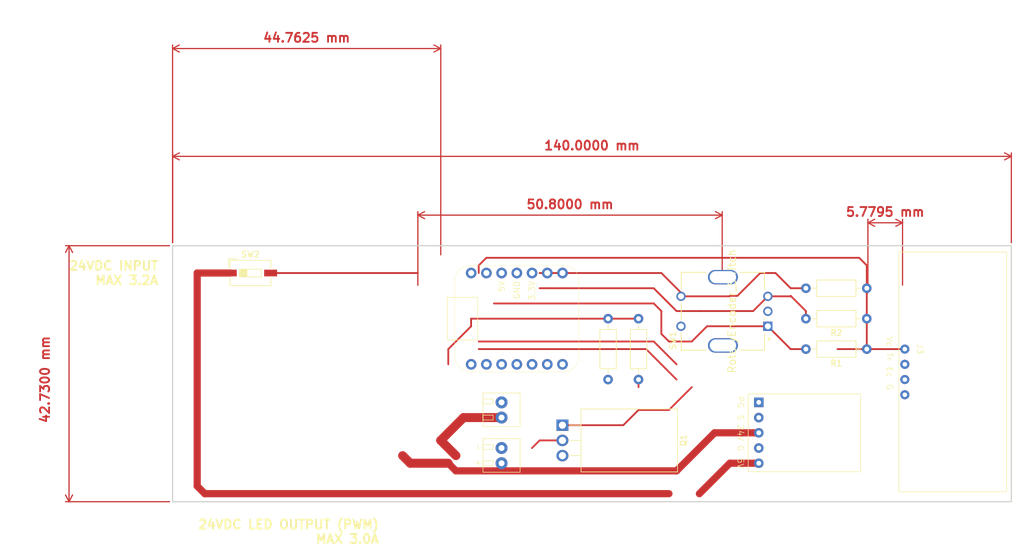
<source format=kicad_pcb>
(kicad_pcb (version 20240108) (generator "pcbnew") (generator_version "8.0")
  (layers (0 "F.Cu" signal) (31 "B.Cu" signal) (34 "B.Paste" user) (35 "F.Paste" user) (36 "B.SilkS" user "B.Silkscreen") (37 "F.SilkS" user "F.Silkscreen") (38 "B.Mask" user) (39 "F.Mask" user) (44 "Edge.Cuts" user))
  (net 0 "")
  (net 1 "/+24V")
  (net 2 "Net-(J2-Pin_2)")
  (net 3 "Net-(J3-Vcc)")
  (net 4 "Net-(Pololu_5V_1-VOUT_5V)")
  (net 6 "Net-(U1-GPIO_9)")
  (net 7 "Net-(Q1-G)")
  (net 8 "Net-(SW1-S2)")
  (net 11 "Net-(U1-GPIO_18)")
  (net 13 "Net-(U1-GPIO_7)")
  (net 15 "Net-(J3-ECHO)")
  (net 16 "unconnected-(J3-TRIG-Pad2)")
  (net 17 "<NO NET>")
  (net 20 "Net-(SW2-B)")
  (footprint "Resistor_THT:R_Axial_DIN0207_L6.3mm_D2.5mm_P10.16mm_Horizontal" (layer "F.Cu") (at 240.03 90.17 180)
    (property "Reference" "R1" (at 5.08 -2.37 0) (layer "F.SilkS"))
    (property "Value" "10K")
    (fp_line (start 9.12 0) (end 8.35 0) (stroke (width 0.12)) (layer "F.SilkS"))
    (fp_line (start 8.35 1.37) (end 8.35 -1.37) (stroke (width 0.12)) (layer "F.SilkS"))
    (fp_line (start 8.35 -1.37) (end 1.81 -1.37) (stroke (width 0.12)) (layer "F.SilkS"))
    (fp_line (start 1.81 1.37) (end 8.35 1.37) (stroke (width 0.12)) (layer "F.SilkS"))
    (fp_line (start 1.81 -1.37) (end 1.81 1.37) (stroke (width 0.12)) (layer "F.SilkS"))
    (fp_line (start 1.04 0) (end 1.81 0) (stroke (width 0.12)) (layer "F.SilkS"))
    (pad "1" thru_hole circle (at 0 0 180) (size 1.6 1.6) (drill 0.8) (layers "*.Cu" "*.Mask") (net 3 "Net-(J3-Vcc)"))
    (pad "2" thru_hole oval (at 10.16 0 180) (size 1.6 1.6) (drill 0.8) (layers "*.Cu" "*.Mask") (net 13 "Net-(U1-GPIO_7)"))
  )
  (footprint "Resistor_THT:R_Axial_DIN0207_L6.3mm_D2.5mm_P10.16mm_Horizontal" (layer "F.Cu") (at 196.85 85.09 -90)
    (property "Reference" "R4" (hide yes))
    (property "Value" "10K" (hide yes))
    (fp_line (start 1.81 1.37) (end 8.35 1.37) (stroke (width 0.12)) (layer "F.SilkS"))
    (fp_line (start 8.35 1.37) (end 8.35 -1.37) (stroke (width 0.12)) (layer "F.SilkS"))
    (fp_line (start 1.04 0) (end 1.81 0) (stroke (width 0.12)) (layer "F.SilkS"))
    (fp_line (start 9.12 0) (end 8.35 0) (stroke (width 0.12)) (layer "F.SilkS"))
    (fp_line (start 1.81 -1.37) (end 1.81 1.37) (stroke (width 0.12)) (layer "F.SilkS"))
    (fp_line (start 8.35 -1.37) (end 1.81 -1.37) (stroke (width 0.12)) (layer "F.SilkS"))
    (pad "1" thru_hole circle (at 0 0 270) (size 1.6 1.6) (drill 0.8) (layers "*.Cu" "*.Mask") (net 11 "Net-(U1-GPIO_18)"))
    (pad "2" thru_hole oval (at 10.16 0 270) (size 1.6 1.6) (drill 0.8) (layers "*.Cu" "*.Mask") (net 17 "<NO NET>"))
  )
  (footprint "user:AdafruitQTPyEsp32S3" (layer "F.Cu") (at 174.0025 92.71 90)
    (property "Reference" "U1" (hide yes))
    (property "Value" "~" (hide yes))
    (fp_line (start 1.27 -2.7305) (end 13.97 -2.7305) (stroke (width 0.05)) (layer "F.SilkS"))
    (fp_line (start 16.51 -0.1905) (end 16.51 15.4305) (stroke (width 0.05)) (layer "F.SilkS"))
    (fp_line (start -1.27 15.4305) (end -1.27 -0.1905) (stroke (width 0.05)) (layer "F.SilkS"))
    (fp_line (start 13.97 17.9705) (end 1.27 17.9705) (stroke (width 0.05)) (layer "F.SilkS"))
    (fp_rect (start 4.064 -4.0005) (end 11.176 1.0795) (stroke (width 0.1)) (fill none) (layer "F.SilkS"))
    (fp_arc (start 13.97 -2.7305) (mid 15.766051 -1.986551) (end 16.51 -0.1905) (stroke (width 0.05)) (layer "F.SilkS"))
    (fp_arc (start -1.27 -0.1905) (mid -0.526051 -1.986551) (end 1.27 -2.7305) (stroke (width 0.05)) (layer "F.SilkS"))
    (fp_arc (start 16.51 15.4305) (mid 15.766051 17.226551) (end 13.97 17.9705) (stroke (width 0.05)) (layer "F.SilkS"))
    (fp_arc (start 1.27 17.9705) (mid -0.526051 17.226551) (end -1.27 15.4305) (stroke (width 0.05)) (layer "F.SilkS"))
    (fp_text user "3.3V" (at 13.97 10.16 90) (layer "F.SilkS") (effects (font (thickness 0.1)) (justify right)))
    (fp_text user "5V" (at 13.97 5.08 90) (layer "F.SilkS") (effects (font (thickness 0.1)) (justify right)))
    (fp_text user "GND" (at 13.97 7.62 90) (layer "F.SilkS") (effects (font (thickness 0.1)) (justify right)))
    (pad "1" thru_hole circle (at 0 0 90) (size 1.778 1.778) (drill 1) (layers "*.Cu" "*.Mask") (net 11 "Net-(U1-GPIO_18)"))
    (pad "2" thru_hole circle (at 0 2.54 90) (size 1.778 1.778) (drill 1) (layers "*.Cu" "*.Mask"))
    (pad "3" thru_hole circle (at 0 5.08 90) (size 1.778 1.778) (drill 1) (layers "*.Cu" "*.Mask") (net 6 "Net-(U1-GPIO_9)"))
    (pad "4" thru_hole circle (at 0 7.62 90) (size 1.778 1.778) (drill 1) (layers "*.Cu" "*.Mask"))
    (pad "5" thru_hole circle (at 0 10.16 90) (size 1.778 1.778) (drill 1) (layers "*.Cu" "*.Mask") (net 13 "Net-(U1-GPIO_7)"))
    (pad "6" thru_hole circle (at 0 12.7 90) (size 1.778 1.778) (drill 1) (layers "*.Cu" "*.Mask"))
    (pad "7" thru_hole circle (at 0 15.24 90) (size 1.778 1.778) (drill 1) (layers "*.Cu" "*.Mask") (net 15 "Net-(J3-ECHO)"))
    (pad "8" thru_hole circle (at 15.24 15.24 270) (size 1.778 1.778) (drill 1) (layers "*.Cu" "*.Mask") (net 8 "Net-(SW1-S2)"))
    (pad "9" thru_hole circle (at 15.24 12.7 270) (size 1.778 1.778) (drill 1) (layers "*.Cu" "*.Mask"))
    (pad "10" thru_hole circle (at 15.24 10.16 270) (size 1.778 1.778) (drill 1) (layers "*.Cu" "*.Mask"))
    (pad "11" thru_hole circle (at 15.24 7.62 270) (size 1.778 1.778) (drill 1) (layers "*.Cu" "*.Mask"))
    (pad "12" thru_hole circle (at 15.24 5.08 270) (size 1.778 1.778) (drill 1) (layers "*.Cu" "*.Mask") (net 3 "Net-(J3-Vcc)"))
    (pad "13" thru_hole circle (at 15.24 2.54 270) (size 1.778 1.778) (drill 1) (layers "*.Cu" "*.Mask") (net 17 "<NO NET>"))
    (pad "14" thru_hole circle (at 15.24 0 270) (size 1.778 1.778) (drill 1) (layers "*.Cu" "*.Mask") (net 20 "Net-(SW2-B)"))
  )
  (footprint "user:Bourns-PEC11R-4220F-S0024-0-0-0" (layer "F.Cu") (at 216.02 83.86 90)
    (property "Reference" "SW1" (at -6.5 -8.35 90) (layer "F.SilkS") (effects (justify left)))
    (property "Value" "RotaryEncoder_Switch" (at 0 1.5 90) (layer "F.SilkS") (effects (font (size 1.27 1.27))))
    (fp_line (start 3.65 -6.95) (end 6.5 -6.95) (stroke (width 0.15)) (layer "F.SilkS"))
    (fp_line (start -1.35 -6.95) (end 1.35 -6.95) (stroke (width 0.15)) (layer "F.SilkS"))
    (fp_line (start -6.5 -6.95) (end -3.65 -6.95) (stroke (width 0.15)) (layer "F.SilkS"))
    (fp_line (start 6.5 -2.875) (end 6.5 -6.95) (stroke (width 0.15)) (layer "F.SilkS"))
    (fp_line (start -6.5 -2.875) (end -6.5 -6.95) (stroke (width 0.15)) (layer "F.SilkS"))
    (fp_line (start 6.5 6.95) (end 6.5 2.875) (stroke (width 0.15)) (layer "F.SilkS"))
    (fp_line (start 3.65 6.95) (end 6.5 6.95) (stroke (width 0.15)) (layer "F.SilkS"))
    (fp_line (start 1.15 6.95) (end 1.35 6.95) (stroke (width 0.15)) (layer "F.SilkS"))
    (fp_line (start -1.35 6.95) (end -1.15 6.95) (stroke (width 0.15)) (layer "F.SilkS"))
    (fp_line (start -6.5 6.95) (end -6.5 2.875) (stroke (width 0.15)) (layer "F.SilkS"))
    (fp_line (start -6.5 6.95) (end -3.65 6.95) (stroke (width 0.15)) (layer "F.SilkS"))
    (fp_circle (center -4.6 7.7) (end -4.475 7.7) (stroke (width 0.25)) (fill none) (layer "F.SilkS"))
    (pad "" thru_hole roundrect (at -5.7 0 90) (size 2.4 5) (drill oval 2 4.4) (layers "*.Cu" "*.Mask") (roundrect_rratio 0.5))
    (pad "" thru_hole roundrect (at 5.7 0 90) (size 2.4 5) (drill oval 2 4.4) (layers "*.Cu" "*.Mask") (roundrect_rratio 0.5))
    (pad "1" thru_hole circle (at -2.5 -7 90) (size 1.55 1.55) (drill 1) (layers "*.Cu" "*.Mask") (net 17 "<NO NET>"))
    (pad "2" thru_hole circle (at 2.5 -7 90) (size 1.55 1.55) (drill 1) (layers "*.Cu" "*.Mask") (net 8 "Net-(SW1-S2)"))
    (pad "A" thru_hole rect (at -2.5 7.5 90) (size 1.55 1.55) (drill 1) (layers "*.Cu" "*.Mask") (net 13 "Net-(U1-GPIO_7)"))
    (pad "B" thru_hole circle (at 2.5 7.5 90) (size 1.55 1.55) (drill 1) (layers "*.Cu" "*.Mask") (net 6 "Net-(U1-GPIO_9)"))
    (pad "C" thru_hole circle (at 0 7.5 90) (size 1.55 1.55) (drill 1) (layers "*.Cu" "*.Mask") (net 17 "<NO NET>"))
  )
  (footprint "Resistor_THT:R_Axial_DIN0207_L6.3mm_D2.5mm_P10.16mm_Horizontal" (layer "F.Cu") (at 240.03 85.09 180)
    (property "Reference" "R2" (at 5.08 -2.37 0) (layer "F.SilkS"))
    (property "Value" "10K")
    (fp_line (start 9.12 0) (end 8.35 0) (stroke (width 0.12)) (layer "F.SilkS"))
    (fp_line (start 8.35 1.37) (end 8.35 -1.37) (stroke (width 0.12)) (layer "F.SilkS"))
    (fp_line (start 8.35 -1.37) (end 1.81 -1.37) (stroke (width 0.12)) (layer "F.SilkS"))
    (fp_line (start 1.81 1.37) (end 8.35 1.37) (stroke (width 0.12)) (layer "F.SilkS"))
    (fp_line (start 1.81 -1.37) (end 1.81 1.37) (stroke (width 0.12)) (layer "F.SilkS"))
    (fp_line (start 1.04 0) (end 1.81 0) (stroke (width 0.12)) (layer "F.SilkS"))
    (pad "1" thru_hole circle (at 0 0 180) (size 1.6 1.6) (drill 0.8) (layers "*.Cu" "*.Mask") (net 3 "Net-(J3-Vcc)"))
    (pad "2" thru_hole oval (at 10.16 0 180) (size 1.6 1.6) (drill 0.8) (layers "*.Cu" "*.Mask") (net 6 "Net-(U1-GPIO_9)"))
  )
  (footprint "user:RCWL-1601" (layer "F.Cu") (at 246.38 90.17 -90)
    (property "Reference" "J3" (at 0 -2.54 -90) (layer "F.SilkS") (effects (font (thickness 0.1))))
    (property "Value" "Screw_Terminal_HCSR04")
    (fp_rect (start -16.19 -17) (end 23.81 1) (stroke (width 0.1)) (fill none) (layer "F.SilkS"))
    (fp_text user "Tr" (at 1.27 2.54 -90) (layer "F.SilkS") (effects (font (thickness 0.1))))
    (fp_text user "G" (at 6.35 2.54 -90) (layer "F.SilkS") (effects (font (thickness 0.1))))
    (fp_text user "Ec" (at 3.81 2.54 -90) (layer "F.SilkS") (effects (font (thickness 0.1))))
    (fp_text user "Vc" (at -1.27 2.54 -90) (layer "F.SilkS") (effects (font (thickness 0.1))))
    (pad "1" thru_hole circle (at 0 0 270) (size 1.524 1.524) (drill 0.762) (layers "*.Cu" "*.Mask") (net 3 "Net-(J3-Vcc)"))
    (pad "2" thru_hole circle (at 2.54 0 270) (size 1.524 1.524) (drill 0.762) (layers "*.Cu" "*.Mask") (net 16 "unconnected-(J3-TRIG-Pad2)"))
    (pad "3" thru_hole circle (at 5.08 0 270) (size 1.524 1.524) (drill 0.762) (layers "*.Cu" "*.Mask") (net 15 "Net-(J3-ECHO)"))
    (pad "4" thru_hole circle (at 7.62 0 270) (size 1.524 1.524) (drill 0.762) (layers "*.Cu" "*.Mask") (net 17 "<NO NET>"))
  )
  (footprint "user:Pololu_5V_H" (layer "F.Cu") (at 222.005 104.14 -90)
    (property "Reference" "Pololu_5V_1" (hide yes))
    (property "Value" "~" (hide yes))
    (fp_rect (start -6.5 -17) (end 6.5 1.762) (stroke (width 0.1)) (fill none) (layer "F.SilkS"))
    (fp_text user "PG" (at -5.08 3.048 -90) (layer "F.SilkS") (effects (font (thickness 0.1))))
    (fp_text user "5V" (at 5.08 3.048 -90) (layer "F.SilkS") (effects (font (thickness 0.1))))
    (fp_text user "G" (at 2.54 3.048 -90) (layer "F.SilkS") (effects (font (thickness 0.1))))
    (fp_text user "S" (at -2.54 3.048 -90) (layer "F.SilkS") (effects (font (thickness 0.1))))
    (fp_text user "24V" (at 0 3.048 -90) (layer "F.SilkS") (effects (font (thickness 0.1))))
    (pad "1" thru_hole rect (at -5.08 0 270) (size 1.6 1.6) (drill 0.8) (layers "*.Cu" "*.Mask"))
    (pad "2" thru_hole circle (at -2.54 0 270) (size 1.6 1.6) (drill 0.8) (layers "*.Cu" "*.Mask"))
    (pad "3" thru_hole circle (at 0 0 270) (size 1.6 1.6) (drill 0.8) (layers "*.Cu" "*.Mask") (net 1 "/+24V"))
    (pad "4" thru_hole circle (at 2.54 0 270) (size 1.6 1.6) (drill 0.8) (layers "*.Cu" "*.Mask") (net 17 "<NO NET>"))
    (pad "5" thru_hole circle (at 5.08 0 270) (size 1.6 1.6) (drill 0.8) (layers "*.Cu" "*.Mask") (net 4 "Net-(Pololu_5V_1-VOUT_5V)"))
  )
  (footprint "user:TO-220F-3_H_Heatsink" (layer "F.Cu") (at 189.23 102.87 -90)
    (property "Reference" "Q1" (at 2.54 -20.22 90) (layer "F.SilkS"))
    (property "Value" "IRLB8721PBF")
    (fp_line (start -2.71 -3.11) (end 7.79 -3.11) (stroke (width 0.12)) (layer "F.SilkS"))
    (fp_line (start 0 -3.11) (end 0 -1.15) (stroke (width 0.12)) (layer "F.SilkS"))
    (fp_line (start 2.54 -3.11) (end 2.54 -1.15) (stroke (width 0.12)) (layer "F.SilkS"))
    (fp_line (start 5.08 -3.11) (end 5.08 -1.15) (stroke (width 0.12)) (layer "F.SilkS"))
    (fp_line (start -2.71 -19.22) (end -2.71 -3.11) (stroke (width 0.12)) (layer "F.SilkS"))
    (fp_line (start -2.71 -19.22) (end 7.79 -19.22) (stroke (width 0.12)) (layer "F.SilkS"))
    (fp_line (start 7.79 -19.22) (end 7.79 -3.11) (stroke (width 0.12)) (layer "F.SilkS"))
    (pad "1" thru_hole rect (at 0 0 270) (size 1.905 2) (drill 1.2) (layers "*.Cu" "*.Mask") (net 7 "Net-(Q1-G)"))
    (pad "2" thru_hole oval (at 2.54 0 270) (size 1.905 2) (drill 1.2) (layers "*.Cu" "*.Mask") (net 2 "Net-(J2-Pin_2)"))
    (pad "3" thru_hole oval (at 5.08 0 270) (size 1.905 2) (drill 1.2) (layers "*.Cu" "*.Mask") (net 17 "<NO NET>"))
  )
  (footprint "user:2xTermBlock_254mm" (layer "F.Cu") (at 179.07 101.6 90)
    (property "Reference" "J1" (hide yes))
    (property "Value" "Screw_Terminal_01x02" (hide yes))
    (fp_rect (start 2.3 -3.1) (end 3.1 -1.4) (stroke (width 0.1)) (fill none) (layer "F.SilkS"))
    (fp_rect (start -0.4 -3.1) (end 0.4 -1.4) (stroke (width 0.1)) (fill none) (layer "F.SilkS"))
    (fp_rect (start -1.5 -3.1) (end 4.1 3.1) (stroke (width 0.1)) (fill none) (layer "F.SilkS"))
    (pad "1" thru_hole circle (at 0 0 90) (size 2 2) (drill 1) (layers "*.Cu" "*.Mask") (net 1 "/+24V"))
    (pad "2" thru_hole circle (at 2.54 0 90) (size 2 2) (drill 1) (layers "*.Cu" "*.Mask") (net 17 "<NO NET>"))
  )
  (footprint "Resistor_THT:R_Axial_DIN0207_L6.3mm_D2.5mm_P10.16mm_Horizontal" (layer "F.Cu") (at 201.93 85.09 -90)
    (property "Reference" "R5" (hide yes))
    (property "Value" "47" (hide yes))
    (fp_line (start 1.81 1.37) (end 8.35 1.37) (stroke (width 0.12)) (layer "F.SilkS"))
    (fp_line (start 8.35 1.37) (end 8.35 -1.37) (stroke (width 0.12)) (layer "F.SilkS"))
    (fp_line (start 1.04 0) (end 1.81 0) (stroke (width 0.12)) (layer "F.SilkS"))
    (fp_line (start 9.12 0) (end 8.35 0) (stroke (width 0.12)) (layer "F.SilkS"))
    (fp_line (start 1.81 -1.37) (end 1.81 1.37) (stroke (width 0.12)) (layer "F.SilkS"))
    (fp_line (start 8.35 -1.37) (end 1.81 -1.37) (stroke (width 0.12)) (layer "F.SilkS"))
    (pad "1" thru_hole circle (at 0 0 270) (size 1.6 1.6) (drill 0.8) (layers "*.Cu" "*.Mask") (net 11 "Net-(U1-GPIO_18)"))
    (pad "2" thru_hole oval (at 10.16 0 270) (size 1.6 1.6) (drill 0.8) (layers "*.Cu" "*.Mask") (net 7 "Net-(Q1-G)"))
  )
  (footprint "Button_Switch_SMD:SW_DIP_SPSTx01_Slide_6.7x4.1mm_W6.73mm_P2.54mm_LowProfile_JPin" (layer "F.Cu") (at 137.16 77.47)
    (property "Reference" "SW2" (at 0 -3.11 0) (layer "F.SilkS"))
    (property "Value" "SW_SPST")
    (fp_line (start -3.65 -2.35) (end -3.65 -0.967) (stroke (width 0.12)) (layer "F.SilkS"))
    (fp_line (start -3.65 -2.35) (end -2.267 -2.35) (stroke (width 0.12)) (layer "F.SilkS"))
    (fp_line (start -3.41 -2.11) (end -3.41 -0.8) (stroke (width 0.12)) (layer "F.SilkS"))
    (fp_line (start -3.41 -2.11) (end 3.41 -2.11) (stroke (width 0.12)) (layer "F.SilkS"))
    (fp_line (start -3.41 0.8) (end -3.41 2.11) (stroke (width 0.12)) (layer "F.SilkS"))
    (fp_line (start -3.41 2.11) (end 3.41 2.11) (stroke (width 0.12)) (layer "F.SilkS"))
    (fp_line (start -1.81 -0.635) (end -1.81 0.635) (stroke (width 0.12)) (layer "F.SilkS"))
    (fp_line (start -1.81 -0.515) (end -0.603333 -0.515) (stroke (width 0.12)) (layer "F.SilkS"))
    (fp_line (start -1.81 -0.395) (end -0.603333 -0.395) (stroke (width 0.12)) (layer "F.SilkS"))
    (fp_line (start -1.81 -0.275) (end -0.603333 -0.275) (stroke (width 0.12)) (layer "F.SilkS"))
    (fp_line (start -1.81 -0.155) (end -0.603333 -0.155) (stroke (width 0.12)) (layer "F.SilkS"))
    (fp_line (start -1.81 -0.035) (end -0.603333 -0.035) (stroke (width 0.12)) (layer "F.SilkS"))
    (fp_line (start -1.81 0.085) (end -0.603333 0.085) (stroke (width 0.12)) (layer "F.SilkS"))
    (fp_line (start -1.81 0.205) (end -0.603333 0.205) (stroke (width 0.12)) (layer "F.SilkS"))
    (fp_line (start -1.81 0.325) (end -0.603333 0.325) (stroke (width 0.12)) (layer "F.SilkS"))
    (fp_line (start -1.81 0.445) (end -0.603333 0.445) (stroke (width 0.12)) (layer "F.SilkS"))
    (fp_line (start -1.81 0.565) (end -0.603333 0.565) (stroke (width 0.12)) (layer "F.SilkS"))
    (fp_line (start -1.81 0.635) (end 1.81 0.635) (stroke (width 0.12)) (layer "F.SilkS"))
    (fp_line (start -0.603333 -0.635) (end -0.603333 0.635) (stroke (width 0.12)) (layer "F.SilkS"))
    (fp_line (start 1.81 -0.635) (end -1.81 -0.635) (stroke (width 0.12)) (layer "F.SilkS"))
    (fp_line (start 1.81 0.635) (end 1.81 -0.635) (stroke (width 0.12)) (layer "F.SilkS"))
    (fp_line (start 3.41 -2.11) (end 3.41 -0.8) (stroke (width 0.12)) (layer "F.SilkS"))
    (fp_line (start 3.41 0.8) (end 3.41 2.11) (stroke (width 0.12)) (layer "F.SilkS"))
    (pad "1" smd rect (at -3.365 0) (size 2.16 1.12) (layers "F.Cu" "F.Paste" "F.Mask") (net 4 "Net-(Pololu_5V_1-VOUT_5V)"))
    (pad "2" smd rect (at 3.365 0) (size 2.16 1.12) (layers "F.Cu" "F.Paste" "F.Mask") (net 20 "Net-(SW2-B)"))
  )
  (footprint "user:2xTermBlock_254mm" (layer "F.Cu") (at 179.07 109.22 90)
    (property "Reference" "J2" (hide yes))
    (property "Value" "Screw_Terminal_01x02" (hide yes))
    (fp_rect (start 2.3 -3.1) (end 3.1 -1.4) (stroke (width 0.1)) (fill none) (layer "F.SilkS"))
    (fp_rect (start -0.4 -3.1) (end 0.4 -1.4) (stroke (width 0.1)) (fill none) (layer "F.SilkS"))
    (fp_rect (start -1.5 -3.1) (end 4.1 3.1) (stroke (width 0.1)) (fill none) (layer "F.SilkS"))
    (fp_text user "-" (at 2.667 -3.4 90) (layer "F.SilkS") (effects (font (thickness 0.1)) (justify bottom)))
    (fp_text user "+" (at 0 -3.409 90) (layer "F.SilkS") (effects (font (thickness 0.1)) (justify bottom)))
    (pad "1" thru_hole circle (at 0 0 90) (size 2 2) (drill 1) (layers "*.Cu" "*.Mask") (net 1 "/+24V"))
    (pad "2" thru_hole circle (at 2.54 0 90) (size 2 2) (drill 1) (layers "*.Cu" "*.Mask") (net 2 "Net-(J2-Pin_2)"))
  )
  (footprint "Resistor_THT:R_Axial_DIN0207_L6.3mm_D2.5mm_P10.16mm_Horizontal" (layer "F.Cu") (at 240.03 80.01 180)
    (property "Reference" "R3" (hide yes))
    (property "Value" "10K")
    (fp_line (start 9.12 0) (end 8.35 0) (stroke (width 0.12)) (layer "F.SilkS"))
    (fp_line (start 8.35 1.37) (end 8.35 -1.37) (stroke (width 0.12)) (layer "F.SilkS"))
    (fp_line (start 8.35 -1.37) (end 1.81 -1.37) (stroke (width 0.12)) (layer "F.SilkS"))
    (fp_line (start 1.81 1.37) (end 8.35 1.37) (stroke (width 0.12)) (layer "F.SilkS"))
    (fp_line (start 1.81 -1.37) (end 1.81 1.37) (stroke (width 0.12)) (layer "F.SilkS"))
    (fp_line (start 1.04 0) (end 1.81 0) (stroke (width 0.12)) (layer "F.SilkS"))
    (pad "1" thru_hole circle (at 0 0 180) (size 1.6 1.6) (drill 0.8) (layers "*.Cu" "*.Mask") (net 3 "Net-(J3-Vcc)"))
    (pad "2" thru_hole oval (at 10.16 0 180) (size 1.6 1.6) (drill 0.8) (layers "*.Cu" "*.Mask") (net 8 "Net-(SW1-S2)"))
  )
  (gr_rect (start 124.16 72.91) (end 264.16 115.64) (stroke (width 0.2)) (fill none) (layer "Edge.Cuts"))
  (gr_text "24VDC INPUT\nMAX 3.2A" (at 121.92 77.47 0) (layer "F.SilkS") (effects (font (size 1.5 1.5) (thickness 0.3) (bold yes)) (justify right)))
  (gr_text "24VDC LED OUTPUT (PWM)\nMAX 3.0A" (at 158.75 120.65 0) (layer "F.SilkS") (effects (font (size 1.5 1.5) (thickness 0.3) (bold yes)) (justify right)))
  (dimension (type orthogonal) (layer "F.Cu") (pts (xy 124.16 72.91) (xy 168.9225 74.93)) (height -32.91) (orientation 0) (gr_text "44.7625 mm" (at 146.54125 38.2 0) (layer "F.Cu") (effects (font (size 1.5 1.5) (thickness 0.3)))) (format (prefix "") (suffix "") (units 3) (units_format 1) (precision 4)) (style (thickness 0.2) (arrow_length 1.27) (text_position_mode 0) (extension_height 0.58642) (extension_offset 0.5) keep_text_aligned))
  (dimension (type orthogonal) (layer "F.Cu") (pts (xy 165.1 80.01) (xy 215.9 79.5)) (height -12.2) (orientation 0) (gr_text "50.8000 mm" (at 190.5 66.01 0) (layer "F.Cu") (effects (font (size 1.5 1.5) (thickness 0.3)))) (format (prefix "") (suffix "") (units 3) (units_format 1) (precision 4)) (style (thickness 0.2) (arrow_length 1.27) (text_position_mode 0) (extension_height 0.58642) (extension_offset 0.5) keep_text_aligned))
  (dimension (type orthogonal) (layer "F.Cu") (pts (xy 124.16 72.91) (xy 264.16 72.91)) (height -14.91) (orientation 0) (gr_text "140.0000 mm" (at 194.16 56.2 0) (layer "F.Cu") (effects (font (size 1.5 1.5) (thickness 0.3)))) (format (prefix "") (suffix "") (units 3) (units_format 1) (precision 4)) (style (thickness 0.2) (arrow_length 1.27) (text_position_mode 0) (extension_height 0.58642) (extension_offset 0.5) keep_text_aligned))
  (dimension (type orthogonal) (layer "F.Cu") (pts (xy 240.2205 81.28) (xy 246 80)) (height -12.2) (orientation 0) (gr_text "5.7795 mm" (at 243.11025 67.28 0) (layer "F.Cu") (effects (font (size 1.5 1.5) (thickness 0.3)))) (format (prefix "") (suffix "") (units 3) (units_format 1) (precision 4)) (style (thickness 0.2) (arrow_length 1.27) (text_position_mode 0) (extension_height 0.58642) (extension_offset 0.5) keep_text_aligned))
  (dimension (type orthogonal) (layer "F.Cu") (pts (xy 124.16 72.91) (xy 124.16 115.64)) (height -17.28) (orientation 1) (gr_text "42.7300 mm" (at 102.87 95.25 90) (layer "F.Cu") (effects (font (size 1.5 1.5) (thickness 0.3)))) (format (prefix "") (suffix "") (units 3) (units_format 1) (precision 4)) (style (thickness 0.2) (arrow_length 1.27) (text_position_mode 2) (extension_height 0.58642) (extension_offset 0.5) keep_text_aligned))
  (segment (start 214.63 104.14) (end 222.005 104.14) (width 1.2) (layer "F.Cu") (net 1))
  (segment (start 171.45 110.49) (end 208.28 110.49) (width 1.2) (layer "F.Cu") (net 1))
  (segment (start 170.18 109.22) (end 171.45 110.49) (width 1.2) (layer "F.Cu") (net 1))
  (segment (start 179.07 101.6) (end 172.72 101.6) (width 1.5) (layer "F.Cu") (net 1))
  (segment (start 172.72 101.6) (end 168.91 105.41) (width 1.5) (layer "F.Cu") (net 1))
  (segment (start 168.91 105.41) (end 171.45 107.95) (width 1.5) (layer "F.Cu") (net 1))
  (segment (start 208.28 110.49) (end 214.63 104.14) (width 1.2) (layer "F.Cu") (net 1))
  (segment (start 163.83 109.22) (end 170.18 109.22) (width 1.5) (layer "F.Cu") (net 1))
  (segment (start 162.56 107.95) (end 163.83 109.22) (width 1.5) (layer "F.Cu") (net 1))
  (segment (start 189.23 105.41) (end 185.42 105.41) (width 0.3) (layer "F.Cu") (net 2))
  (segment (start 185.42 105.41) (end 184.15 106.68) (width 0.3) (layer "F.Cu") (net 2))
  (segment (start 235.145 90.17) (end 246.38 90.17) (width 0.3) (layer "F.Cu") (net 3))
  (segment (start 175.26 76.2) (end 176.53 74.93) (width 0.3) (layer "F.Cu") (net 3))
  (segment (start 240.03 76.2) (end 240.03 80.01) (width 0.3) (layer "F.Cu") (net 3))
  (segment (start 238.76 74.93) (end 240.03 76.2) (width 0.3) (layer "F.Cu") (net 3))
  (segment (start 175.26 77.47) (end 175.26 76.2) (width 0.3) (layer "F.Cu") (net 3))
  (segment (start 240.03 80.01) (end 240.03 90.17) (width 0.3) (layer "F.Cu") (net 3))
  (segment (start 176.53 74.93) (end 238.76 74.93) (width 0.3) (layer "F.Cu") (net 3))
  (segment (start 129.54 114.3) (end 207.01 114.3) (width 1.2) (layer "F.Cu") (net 4))
  (segment (start 128.27 77.47) (end 128.27 113.03) (width 1.2) (layer "F.Cu") (net 4))
  (segment (start 133.795 77.47) (end 128.27 77.47) (width 1.2) (layer "F.Cu") (net 4))
  (segment (start 128.27 113.03) (end 129.54 114.3) (width 1.2) (layer "F.Cu") (net 4))
  (segment (start 212.09 114.3) (end 217.17 109.22) (width 1.2) (layer "F.Cu") (net 4))
  (segment (start 217.17 109.22) (end 222.005 109.22) (width 1.2) (layer "F.Cu") (net 4))
  (segment (start 229.87 85.09) (end 229.87 83.82) (width 0.3) (layer "F.Cu") (net 6))
  (segment (start 208.28 83.82) (end 204.47 80.01) (width 0.3) (layer "F.Cu") (net 6))
  (segment (start 227.25 81.36) (end 227.33 81.28) (width 0.3) (layer "F.Cu") (net 6))
  (segment (start 204.47 80.01) (end 185.42 80.01) (width 0.3) (layer "F.Cu") (net 6))
  (segment (start 221.06 83.82) (end 212.09 83.82) (width 0.3) (layer "F.Cu") (net 6))
  (segment (start 223.52 81.36) (end 227.25 81.36) (width 0.3) (layer "F.Cu") (net 6))
  (segment (start 229.87 83.82) (end 227.33 81.28) (width 0.3) (layer "F.Cu") (net 6))
  (segment (start 223.52 81.36) (end 221.06 83.82) (width 0.3) (layer "F.Cu") (net 6))
  (segment (start 212.09 83.82) (end 208.28 83.82) (width 0.3) (layer "F.Cu") (net 6))
  (segment (start 210.82 96.52) (end 207.01 100.33) (width 0.3) (layer "F.Cu") (net 7))
  (segment (start 199.39 102.87) (end 201.93 100.33) (width 0.3) (layer "F.Cu") (net 7))
  (segment (start 207.01 100.33) (end 201.93 100.33) (width 0.3) (layer "F.Cu") (net 7))
  (segment (start 189.23 102.87) (end 199.39 102.87) (width 0.3) (layer "F.Cu") (net 7))
  (segment (start 201.93 95.25) (end 201.93 96.52) (width 0.3) (layer "F.Cu") (net 7))
  (segment (start 185.42 77.47) (end 205.74 77.47) (width 0.3) (layer "F.Cu") (net 8))
  (segment (start 218.44 81.28) (end 217.17 81.28) (width 0.3) (layer "F.Cu") (net 8))
  (segment (start 205.74 77.47) (end 209.02 80.75) (width 0.3) (layer "F.Cu") (net 8))
  (segment (start 217.09 81.36) (end 209.02 81.36) (width 0.3) (layer "F.Cu") (net 8))
  (segment (start 227.33 80.01) (end 224.79 77.47) (width 0.3) (layer "F.Cu") (net 8))
  (segment (start 222.25 77.47) (end 218.44 81.28) (width 0.3) (layer "F.Cu") (net 8))
  (segment (start 209.02 80.75) (end 209.02 81.36) (width 0.3) (layer "F.Cu") (net 8))
  (segment (start 217.17 81.28) (end 217.09 81.36) (width 0.3) (layer "F.Cu") (net 8))
  (segment (start 229.87 80.01) (end 227.33 80.01) (width 0.3) (layer "F.Cu") (net 8))
  (segment (start 224.79 77.47) (end 222.25 77.47) (width 0.3) (layer "F.Cu") (net 8))
  (segment (start 173.99 85.09) (end 173.99 86.36) (width 0.3) (layer "F.Cu") (net 11))
  (segment (start 201.93 85.09) (end 196.85 85.09) (width 0.3) (layer "F.Cu") (net 11))
  (segment (start 196.85 85.09) (end 173.99 85.09) (width 0.3) (layer "F.Cu") (net 11))
  (segment (start 173.99 86.36) (end 170.18 90.17) (width 0.3) (layer "F.Cu") (net 11))
  (segment (start 170.18 90.17) (end 170.18 92.71) (width 0.3) (layer "F.Cu") (net 11))
  (segment (start 209.55 88.9) (end 207.01 88.9) (width 0.3) (layer "F.Cu") (net 13))
  (segment (start 223.52 86.36) (end 213.36 86.36) (width 0.3) (layer "F.Cu") (net 13))
  (segment (start 205.74 87.63) (end 205.74 83.82) (width 0.3) (layer "F.Cu") (net 13))
  (segment (start 227.33 90.17) (end 227.25 90.17) (width 0.3) (layer "F.Cu") (net 13))
  (segment (start 205.74 83.82) (end 204.47 82.55) (width 0.3) (layer "F.Cu") (net 13))
  (segment (start 210.82 88.9) (end 209.55 88.9) (width 0.3) (layer "F.Cu") (net 13))
  (segment (start 204.47 82.55) (end 177.8 82.55) (width 0.3) (layer "F.Cu") (net 13))
  (segment (start 207.01 88.9) (end 205.74 87.63) (width 0.3) (layer "F.Cu") (net 13))
  (segment (start 213.36 86.36) (end 210.82 88.9) (width 0.3) (layer "F.Cu") (net 13))
  (segment (start 227.33 90.17) (end 223.52 86.36) (width 0.3) (layer "F.Cu") (net 13))
  (segment (start 229.87 90.17) (end 227.33 90.17) (width 0.3) (layer "F.Cu") (net 13))
  (segment (start 208.28 92.71) (end 204.47 88.9) (width 0.3) (layer "F.Cu") (net 16))
  (segment (start 204.47 91.44) (end 203.2 90.17) (width 0.3) (layer "F.Cu") (net 16))
  (segment (start 204.47 88.9) (end 175.26 88.9) (width 0.3) (layer "F.Cu") (net 16))
  (segment (start 208.28 95.25) (end 205.74 92.71) (width 0.3) (layer "F.Cu") (net 16))
  (segment (start 205.74 92.71) (end 204.47 91.44) (width 0.3) (layer "F.Cu") (net 16))
  (segment (start 203.2 90.17) (end 175.26 90.17) (width 0.3) (layer "F.Cu") (net 16))
  (segment (start 140.525 77.47) (end 165.1 77.47) (width 0.3) (layer "F.Cu") (net 20))
)
</source>
